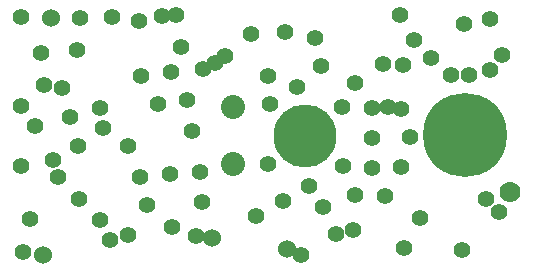
<source format=gbr>
G04 #@! TF.GenerationSoftware,KiCad,Pcbnew,(5.1.9)-1*
G04 #@! TF.CreationDate,2021-09-22T21:38:01-04:00*
G04 #@! TF.ProjectId,Transroc,5472616e-7372-46f6-932e-6b696361645f,3*
G04 #@! TF.SameCoordinates,Original*
G04 #@! TF.FileFunction,Soldermask,Bot*
G04 #@! TF.FilePolarity,Negative*
%FSLAX46Y46*%
G04 Gerber Fmt 4.6, Leading zero omitted, Abs format (unit mm)*
G04 Created by KiCad (PCBNEW (5.1.9)-1) date 2021-09-22 21:38:01*
%MOMM*%
%LPD*%
G01*
G04 APERTURE LIST*
%ADD10C,1.524000*%
%ADD11C,1.397000*%
%ADD12C,1.778000*%
%ADD13C,2.032000*%
%ADD14C,5.334000*%
%ADD15C,7.112000*%
G04 APERTURE END LIST*
D10*
X67763355Y-51787284D03*
X61450000Y-50900000D03*
D11*
X71930195Y-50578383D03*
X68929300Y-52340280D03*
D12*
X86651000Y-46957300D03*
D11*
X55865299Y-48131071D03*
X58064000Y-49976000D03*
X62540299Y-35500929D03*
X64739000Y-33656000D03*
X79948576Y-35648023D03*
X77544235Y-36236434D03*
X78487320Y-34153880D03*
X57948846Y-36812816D03*
X60679393Y-36548428D03*
X47174513Y-37927368D03*
X46910124Y-35196820D03*
X58744130Y-34700729D03*
X58337197Y-31987761D03*
X56816000Y-39564675D03*
X55422403Y-37201694D03*
X50200000Y-32235400D03*
X52943200Y-32210000D03*
X65169598Y-49022703D03*
X67391300Y-47740003D03*
X69603705Y-46492000D03*
X74949000Y-39879600D03*
X74949000Y-42445000D03*
X74923600Y-44985000D03*
X55335148Y-45712286D03*
X57890786Y-45488697D03*
X60423335Y-45292624D03*
X51966012Y-49373011D03*
X50152000Y-47559000D03*
X48373910Y-45744988D03*
X50056704Y-43110022D03*
X49349584Y-40644001D03*
X48673881Y-38195395D03*
X60534000Y-47853000D03*
X60022363Y-50754638D03*
D13*
X63210000Y-44656600D03*
X63210000Y-39776600D03*
D11*
X68640892Y-38111953D03*
X75903108Y-36166047D03*
X77359916Y-32032714D03*
X70097700Y-33978620D03*
X84970000Y-32312000D03*
X85920559Y-35421138D03*
X84988250Y-36655741D03*
X82765750Y-32806259D03*
X45255000Y-39740200D03*
X45255000Y-32221800D03*
D10*
X47064593Y-52296392D03*
X47764000Y-32268000D03*
D11*
X45234081Y-44833459D03*
X46023589Y-49310986D03*
X52814616Y-51029820D03*
X45369384Y-52076180D03*
X54276000Y-43141800D03*
X54276000Y-50660200D03*
X59679231Y-41804227D03*
X52165411Y-41541839D03*
X66297800Y-39564000D03*
X66170800Y-44669400D03*
D14*
X69244200Y-42256400D03*
D11*
X72419200Y-39792600D03*
X72470000Y-44796400D03*
X70795839Y-48267912D03*
X76048804Y-47341672D03*
X82599967Y-51880534D03*
X79050033Y-49205466D03*
X73496220Y-47280600D03*
X73496220Y-37755600D03*
X77405280Y-39970480D03*
X77405280Y-44923480D03*
X73353594Y-50216971D03*
X77626000Y-51772000D03*
X47917000Y-44282000D03*
X46440986Y-41385160D03*
X67597000Y-33455000D03*
X76350887Y-39815072D03*
X70601527Y-36352491D03*
X66124000Y-37142000D03*
X49997411Y-34943732D03*
X55223000Y-32507000D03*
X57197040Y-32060920D03*
X51913338Y-39894330D03*
X59275000Y-39225000D03*
X61659632Y-36060487D03*
D15*
X82854000Y-42195000D03*
D11*
X78205800Y-42322000D03*
X81660200Y-37064200D03*
X83209600Y-37064200D03*
X84606600Y-47554400D03*
X85749600Y-48672000D03*
M02*

</source>
